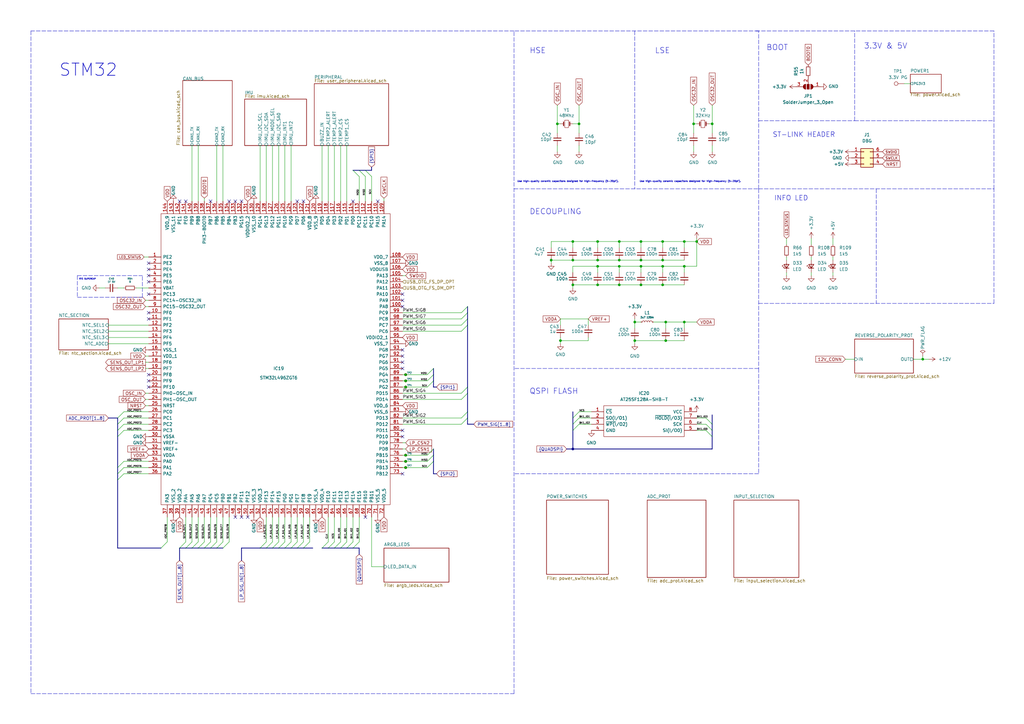
<source format=kicad_sch>
(kicad_sch (version 20211123) (generator eeschema)
  (paper "A3")
  (bus_alias "QUADSPI" (members "CLK" "NCS" "BK1_IO0" "BK1_IO1" "BK1_IO2" "BK1_IO3"))
  (bus_alias "SPI2" (members "SCK" "MISO" "MOSI"))
  (bus_alias "SPI1" (members "SCK" "MOSI" "MISO"))
  (bus_alias "SPI3" (members "SCK" "MOSI" "MISO"))
  (junction (at 262.89 106.68))
  (junction (at 280.67 109.22))
  (junction (at 229.87 139.7))
  (junction (at 260.35 132.08))
  (junction (at 260.35 139.7))
  (junction (at 254 106.68))
  (junction (at 254 116.84))
  (junction (at 254 109.22))
  (junction (at 234.95 106.68))
  (junction (at 273.05 139.7))
  (junction (at 273.05 132.08))
  (junction (at 237.49 50.8))
  (junction (at 234.95 184.15))
  (junction (at 271.78 106.68))
  (junction (at 271.78 116.84))
  (junction (at 166.37 158.75))
  (junction (at 245.11 109.22))
  (junction (at 166.37 186.69))
  (junction (at 245.11 106.68))
  (junction (at 234.95 99.06))
  (junction (at 262.89 116.84))
  (junction (at 284.48 50.8))
  (junction (at 245.11 99.06))
  (junction (at 271.78 109.22))
  (junction (at 285.75 99.06))
  (junction (at 254 99.06))
  (junction (at 166.37 191.77))
  (junction (at 226.06 106.68))
  (junction (at 228.6 50.8))
  (junction (at 378.46 147.32))
  (junction (at 245.11 116.84))
  (junction (at 262.89 99.06))
  (junction (at 280.67 132.08))
  (junction (at 166.37 156.21))
  (junction (at 166.37 189.23))
  (junction (at 166.37 153.67))
  (junction (at 271.78 99.06))
  (junction (at 234.95 116.84))
  (junction (at 262.89 109.22))
  (junction (at 280.67 99.06))
  (junction (at 292.1 50.8))
  (no_connect (at 60.96 153.67))
  (no_connect (at 124.46 82.55))
  (no_connect (at 99.06 212.09))
  (no_connect (at 60.96 115.57))
  (no_connect (at 165.1 143.51))
  (no_connect (at 165.1 146.05))
  (no_connect (at 165.1 179.07))
  (no_connect (at 165.1 176.53))
  (no_connect (at 165.1 148.59))
  (no_connect (at 165.1 120.65))
  (no_connect (at 101.6 212.09))
  (no_connect (at 165.1 123.19))
  (no_connect (at 144.78 82.55))
  (no_connect (at 121.92 82.55))
  (no_connect (at 96.52 82.55))
  (no_connect (at 60.96 120.65))
  (no_connect (at 60.96 107.95))
  (no_connect (at 96.52 212.09))
  (no_connect (at 165.1 194.31))
  (no_connect (at 76.2 82.55))
  (no_connect (at 86.36 82.55))
  (no_connect (at 60.96 130.81))
  (no_connect (at 165.1 125.73))
  (no_connect (at 165.1 151.13))
  (no_connect (at 93.98 82.55))
  (no_connect (at 73.66 82.55))
  (no_connect (at 60.96 158.75))
  (no_connect (at 154.94 82.55))
  (no_connect (at 60.96 110.49))
  (no_connect (at 149.86 212.09))
  (no_connect (at 60.96 156.21))
  (no_connect (at 99.06 82.55))
  (no_connect (at 60.96 113.03))
  (no_connect (at 60.96 128.27))
  (bus_entry (at 137.16 222.25) (size -2.54 2.54))
  (bus_entry (at 50.8 194.31) (size -2.54 2.54))
  (bus_entry (at 119.38 224.79) (size 2.54 -2.54))
  (bus_entry (at 147.32 222.25) (size -2.54 2.54))
  (bus_entry (at 191.77 128.27) (size -2.54 2.54))
  (bus_entry (at 191.77 161.29) (size -2.54 2.54))
  (bus_entry (at 142.24 222.25) (size -2.54 2.54))
  (bus_entry (at 175.26 153.67) (size 2.54 -2.54))
  (bus_entry (at 191.77 133.35) (size -2.54 2.54))
  (bus_entry (at 292.1 176.53) (size -2.54 -2.54))
  (bus_entry (at 134.62 222.25) (size -2.54 2.54))
  (bus_entry (at 175.26 191.77) (size 2.54 -2.54))
  (bus_entry (at 191.77 158.75) (size -2.54 2.54))
  (bus_entry (at 50.8 189.23) (size -2.54 2.54))
  (bus_entry (at 88.9 222.25) (size -2.54 2.54))
  (bus_entry (at 234.95 176.53) (size 2.54 -2.54))
  (bus_entry (at 175.26 158.75) (size 2.54 -2.54))
  (bus_entry (at 139.7 222.25) (size -2.54 2.54))
  (bus_entry (at 116.84 224.79) (size 2.54 -2.54))
  (bus_entry (at 177.8 186.69) (size -2.54 2.54))
  (bus_entry (at 50.8 173.99) (size -2.54 2.54))
  (bus_entry (at 93.98 222.25) (size -2.54 2.54))
  (bus_entry (at 124.46 224.79) (size 2.54 -2.54))
  (bus_entry (at 109.22 224.79) (size 2.54 -2.54))
  (bus_entry (at 50.8 171.45) (size -2.54 2.54))
  (bus_entry (at 86.36 222.25) (size -2.54 2.54))
  (bus_entry (at 234.95 173.99) (size 2.54 -2.54))
  (bus_entry (at 191.77 130.81) (size -2.54 2.54))
  (bus_entry (at 177.8 184.15) (size -2.54 2.54))
  (bus_entry (at 50.8 176.53) (size -2.54 2.54))
  (bus_entry (at 292.1 179.07) (size -2.54 -2.54))
  (bus_entry (at 121.92 224.79) (size 2.54 -2.54))
  (bus_entry (at 191.77 125.73) (size -2.54 2.54))
  (bus_entry (at 191.77 171.45) (size -2.54 2.54))
  (bus_entry (at 292.1 173.99) (size -2.54 -2.54))
  (bus_entry (at 152.4 72.39) (size -2.54 -2.54))
  (bus_entry (at 81.28 222.25) (size -2.54 2.54))
  (bus_entry (at 68.58 222.25) (size -2.54 2.54))
  (bus_entry (at 149.86 72.39) (size -2.54 -2.54))
  (bus_entry (at 106.68 224.79) (size 2.54 -2.54))
  (bus_entry (at 144.78 222.25) (size -2.54 2.54))
  (bus_entry (at 175.26 156.21) (size 2.54 -2.54))
  (bus_entry (at 91.44 222.25) (size -2.54 2.54))
  (bus_entry (at 191.77 168.91) (size -2.54 2.54))
  (bus_entry (at 50.8 191.77) (size -2.54 2.54))
  (bus_entry (at 234.95 171.45) (size 2.54 -2.54))
  (bus_entry (at 50.8 168.91) (size -2.54 2.54))
  (bus_entry (at 111.76 224.79) (size 2.54 -2.54))
  (bus_entry (at 83.82 222.25) (size -2.54 2.54))
  (bus_entry (at 114.3 224.79) (size 2.54 -2.54))
  (bus_entry (at 76.2 222.25) (size -2.54 2.54))
  (bus_entry (at 78.74 222.25) (size -2.54 2.54))
  (bus_entry (at 147.32 72.39) (size -2.54 -2.54))
  (bus (pts (xy 177.8 158.75) (xy 177.8 156.21)))
  (wire (pts (xy 166.37 158.75) (xy 175.26 158.75)))
  (wire (pts (xy 134.62 59.69) (xy 134.62 82.55)))
  (wire (pts (xy 370.84 34.29) (xy 373.38 34.29)))
  (bus (pts (xy 292.1 179.07) (xy 292.1 184.15)))
  (wire (pts (xy 165.1 173.99) (xy 189.23 173.99)))
  (wire (pts (xy 165.1 191.77) (xy 166.37 191.77)))
  (wire (pts (xy 254 99.06) (xy 262.89 99.06)))
  (wire (pts (xy 116.84 212.09) (xy 116.84 222.25)))
  (wire (pts (xy 280.67 109.22) (xy 280.67 111.76)))
  (polyline (pts (xy 311.15 151.13) (xy 311.15 194.31)))
  (bus (pts (xy 152.4 68.58) (xy 152.4 69.85)))
  (wire (pts (xy 109.22 59.69) (xy 109.22 82.55)))
  (wire (pts (xy 267.97 132.08) (xy 273.05 132.08)))
  (bus (pts (xy 147.32 69.85) (xy 149.86 69.85)))
  (wire (pts (xy 91.44 59.69) (xy 91.44 82.55)))
  (wire (pts (xy 241.3 130.81) (xy 241.3 133.35)))
  (polyline (pts (xy 311.15 77.47) (xy 407.67 77.47)))
  (bus (pts (xy 48.26 179.07) (xy 48.26 191.77)))
  (wire (pts (xy 322.58 105.41) (xy 322.58 106.68)))
  (wire (pts (xy 332.74 105.41) (xy 332.74 106.68)))
  (bus (pts (xy 149.86 69.85) (xy 152.4 69.85)))
  (wire (pts (xy 165.1 156.21) (xy 166.37 156.21)))
  (wire (pts (xy 109.22 212.09) (xy 109.22 222.25)))
  (wire (pts (xy 152.4 212.09) (xy 152.4 232.41)))
  (wire (pts (xy 280.67 99.06) (xy 280.67 101.6)))
  (wire (pts (xy 166.37 184.15) (xy 165.1 184.15)))
  (wire (pts (xy 234.95 99.06) (xy 245.11 99.06)))
  (wire (pts (xy 165.1 161.29) (xy 189.23 161.29)))
  (wire (pts (xy 234.95 116.84) (xy 234.95 118.11)))
  (wire (pts (xy 285.75 99.06) (xy 285.75 109.22)))
  (wire (pts (xy 44.45 140.97) (xy 60.96 140.97)))
  (wire (pts (xy 59.69 166.37) (xy 60.96 166.37)))
  (bus (pts (xy 292.1 173.99) (xy 292.1 176.53)))
  (wire (pts (xy 166.37 156.21) (xy 175.26 156.21)))
  (wire (pts (xy 341.63 97.79) (xy 341.63 100.33)))
  (wire (pts (xy 237.49 171.45) (xy 242.57 171.45)))
  (bus (pts (xy 48.26 173.99) (xy 48.26 176.53)))
  (wire (pts (xy 111.76 59.69) (xy 111.76 82.55)))
  (bus (pts (xy 134.62 224.79) (xy 137.16 224.79)))
  (wire (pts (xy 285.75 50.8) (xy 284.48 50.8)))
  (wire (pts (xy 93.98 222.25) (xy 93.98 212.09)))
  (wire (pts (xy 260.35 130.81) (xy 260.35 132.08)))
  (bus (pts (xy 144.78 69.85) (xy 147.32 69.85)))
  (wire (pts (xy 147.32 212.09) (xy 147.32 222.25)))
  (wire (pts (xy 262.89 106.68) (xy 271.78 106.68)))
  (wire (pts (xy 59.69 146.05) (xy 60.96 146.05)))
  (bus (pts (xy 191.77 128.27) (xy 191.77 130.81)))
  (polyline (pts (xy 350.52 49.53) (xy 407.67 49.53)))
  (bus (pts (xy 44.45 171.45) (xy 48.26 171.45)))
  (wire (pts (xy 234.95 99.06) (xy 226.06 99.06)))
  (wire (pts (xy 289.56 171.45) (xy 285.75 171.45)))
  (wire (pts (xy 245.11 106.68) (xy 254 106.68)))
  (bus (pts (xy 147.32 224.79) (xy 147.32 227.33)))
  (bus (pts (xy 232.41 184.15) (xy 234.95 184.15)))
  (polyline (pts (xy 260.35 12.7) (xy 260.35 77.47)))
  (bus (pts (xy 177.8 194.31) (xy 179.07 194.31)))
  (wire (pts (xy 332.74 97.79) (xy 332.74 100.33)))
  (wire (pts (xy 166.37 153.67) (xy 175.26 153.67)))
  (wire (pts (xy 88.9 222.25) (xy 88.9 212.09)))
  (wire (pts (xy 260.35 139.7) (xy 260.35 140.97)))
  (wire (pts (xy 284.48 59.69) (xy 284.48 62.23)))
  (wire (pts (xy 44.45 133.35) (xy 60.96 133.35)))
  (wire (pts (xy 175.26 186.69) (xy 166.37 186.69)))
  (bus (pts (xy 48.26 224.79) (xy 66.04 224.79)))
  (wire (pts (xy 59.69 151.13) (xy 60.96 151.13)))
  (wire (pts (xy 226.06 99.06) (xy 226.06 101.6)))
  (bus (pts (xy 76.2 224.79) (xy 78.74 224.79)))
  (polyline (pts (xy 210.82 12.7) (xy 12.7 12.7)))
  (wire (pts (xy 228.6 59.69) (xy 228.6 62.23)))
  (bus (pts (xy 83.82 224.79) (xy 86.36 224.79)))
  (wire (pts (xy 152.4 232.41) (xy 157.48 232.41)))
  (polyline (pts (xy 311.15 151.13) (xy 210.82 151.13)))
  (wire (pts (xy 149.86 72.39) (xy 149.86 82.55)))
  (bus (pts (xy 99.06 224.79) (xy 106.68 224.79)))
  (wire (pts (xy 166.37 181.61) (xy 165.1 181.61)))
  (wire (pts (xy 285.75 176.53) (xy 289.56 176.53)))
  (wire (pts (xy 132.08 59.69) (xy 132.08 82.55)))
  (bus (pts (xy 292.1 170.18) (xy 292.1 173.99)))
  (bus (pts (xy 234.95 173.99) (xy 234.95 176.53)))
  (wire (pts (xy 111.76 212.09) (xy 111.76 222.25)))
  (bus (pts (xy 111.76 224.79) (xy 114.3 224.79)))
  (wire (pts (xy 237.49 50.8) (xy 237.49 43.18)))
  (wire (pts (xy 166.37 191.77) (xy 175.26 191.77)))
  (bus (pts (xy 191.77 161.29) (xy 191.77 168.91)))
  (wire (pts (xy 285.75 97.79) (xy 285.75 99.06)))
  (wire (pts (xy 289.56 173.99) (xy 285.75 173.99)))
  (wire (pts (xy 91.44 222.25) (xy 91.44 212.09)))
  (polyline (pts (xy 407.67 12.7) (xy 350.52 12.7)))
  (wire (pts (xy 346.71 147.32) (xy 350.52 147.32)))
  (wire (pts (xy 44.45 138.43) (xy 60.96 138.43)))
  (bus (pts (xy 191.77 168.91) (xy 191.77 171.45)))
  (wire (pts (xy 271.78 99.06) (xy 280.67 99.06)))
  (wire (pts (xy 139.7 212.09) (xy 139.7 222.25)))
  (wire (pts (xy 290.83 50.8) (xy 292.1 50.8)))
  (bus (pts (xy 177.8 186.69) (xy 177.8 189.23)))
  (wire (pts (xy 234.95 99.06) (xy 234.95 101.6)))
  (wire (pts (xy 124.46 212.09) (xy 124.46 222.25)))
  (wire (pts (xy 234.95 109.22) (xy 234.95 111.76)))
  (wire (pts (xy 229.87 139.7) (xy 241.3 139.7)))
  (wire (pts (xy 76.2 222.25) (xy 76.2 212.09)))
  (bus (pts (xy 194.31 173.99) (xy 191.77 173.99)))
  (wire (pts (xy 40.64 118.11) (xy 43.18 118.11)))
  (wire (pts (xy 137.16 59.69) (xy 137.16 82.55)))
  (wire (pts (xy 254 99.06) (xy 254 101.6)))
  (polyline (pts (xy 58.42 121.92) (xy 58.42 113.03)))
  (bus (pts (xy 48.26 196.85) (xy 48.26 224.79)))
  (bus (pts (xy 132.08 224.79) (xy 134.62 224.79)))
  (bus (pts (xy 177.8 156.21) (xy 177.8 153.67)))
  (wire (pts (xy 254 116.84) (xy 262.89 116.84)))
  (wire (pts (xy 147.32 72.39) (xy 147.32 82.55)))
  (wire (pts (xy 144.78 212.09) (xy 144.78 222.25)))
  (polyline (pts (xy 31.75 113.03) (xy 58.42 113.03)))
  (wire (pts (xy 262.89 99.06) (xy 262.89 101.6)))
  (wire (pts (xy 262.89 109.22) (xy 271.78 109.22)))
  (wire (pts (xy 81.28 222.25) (xy 81.28 212.09)))
  (polyline (pts (xy 407.67 124.46) (xy 407.67 77.47)))
  (bus (pts (xy 73.66 224.79) (xy 76.2 224.79)))
  (wire (pts (xy 332.74 111.76) (xy 332.74 113.03)))
  (wire (pts (xy 237.49 50.8) (xy 237.49 54.61)))
  (wire (pts (xy 292.1 50.8) (xy 292.1 43.18)))
  (wire (pts (xy 273.05 139.7) (xy 280.67 139.7)))
  (bus (pts (xy 177.8 158.75) (xy 179.07 158.75)))
  (wire (pts (xy 271.78 109.22) (xy 280.67 109.22)))
  (bus (pts (xy 48.26 191.77) (xy 48.26 194.31)))
  (wire (pts (xy 273.05 132.08) (xy 280.67 132.08)))
  (wire (pts (xy 245.11 111.76) (xy 245.11 109.22)))
  (wire (pts (xy 229.87 130.81) (xy 229.87 133.35)))
  (bus (pts (xy 191.77 133.35) (xy 191.77 158.75)))
  (bus (pts (xy 234.95 168.91) (xy 234.95 171.45)))
  (wire (pts (xy 228.6 50.8) (xy 228.6 54.61)))
  (bus (pts (xy 177.8 189.23) (xy 177.8 194.31)))
  (wire (pts (xy 59.69 125.73) (xy 60.96 125.73)))
  (wire (pts (xy 121.92 212.09) (xy 121.92 222.25)))
  (wire (pts (xy 166.37 113.03) (xy 165.1 113.03)))
  (wire (pts (xy 114.3 212.09) (xy 114.3 222.25)))
  (wire (pts (xy 234.95 109.22) (xy 245.11 109.22)))
  (polyline (pts (xy 350.52 12.7) (xy 309.88 12.7)))
  (bus (pts (xy 109.22 224.79) (xy 111.76 224.79)))
  (wire (pts (xy 237.49 173.99) (xy 242.57 173.99)))
  (wire (pts (xy 165.1 153.67) (xy 166.37 153.67)))
  (wire (pts (xy 241.3 139.7) (xy 241.3 138.43)))
  (wire (pts (xy 165.1 128.27) (xy 189.23 128.27)))
  (wire (pts (xy 284.48 50.8) (xy 284.48 54.61)))
  (wire (pts (xy 50.8 176.53) (xy 60.96 176.53)))
  (wire (pts (xy 322.58 97.79) (xy 322.58 100.33)))
  (bus (pts (xy 48.26 171.45) (xy 48.26 173.99)))
  (bus (pts (xy 191.77 125.73) (xy 191.77 128.27)))
  (polyline (pts (xy 31.75 113.03) (xy 31.75 121.92)))
  (wire (pts (xy 165.1 158.75) (xy 166.37 158.75)))
  (wire (pts (xy 59.055 105.41) (xy 60.96 105.41)))
  (polyline (pts (xy 311.15 194.31) (xy 210.82 194.31)))
  (polyline (pts (xy 311.15 49.53) (xy 350.52 49.53)))
  (polyline (pts (xy 407.67 49.53) (xy 407.67 12.7)))
  (wire (pts (xy 137.16 212.09) (xy 137.16 222.25)))
  (wire (pts (xy 50.8 171.45) (xy 60.96 171.45)))
  (wire (pts (xy 83.82 222.25) (xy 83.82 212.09)))
  (bus (pts (xy 99.06 229.87) (xy 99.06 224.79)))
  (polyline (pts (xy 350.52 49.53) (xy 350.52 12.7)))
  (wire (pts (xy 116.84 59.69) (xy 116.84 82.55)))
  (wire (pts (xy 50.8 168.91) (xy 60.96 168.91)))
  (wire (pts (xy 378.46 146.05) (xy 378.46 147.32)))
  (wire (pts (xy 271.78 106.68) (xy 280.67 106.68)))
  (polyline (pts (xy 31.75 121.92) (xy 58.42 121.92)))
  (wire (pts (xy 234.95 116.84) (xy 245.11 116.84)))
  (bus (pts (xy 139.7 224.79) (xy 142.24 224.79)))
  (wire (pts (xy 262.89 109.22) (xy 262.89 111.76)))
  (wire (pts (xy 271.78 99.06) (xy 271.78 101.6)))
  (bus (pts (xy 191.77 158.75) (xy 191.77 161.29)))
  (wire (pts (xy 245.11 109.22) (xy 254 109.22)))
  (bus (pts (xy 86.36 224.79) (xy 88.9 224.79)))
  (wire (pts (xy 292.1 50.8) (xy 292.1 54.61)))
  (bus (pts (xy 48.26 194.31) (xy 48.26 196.85)))
  (polyline (pts (xy 210.82 284.48) (xy 210.82 12.7)))
  (bus (pts (xy 191.77 171.45) (xy 191.77 173.99)))
  (wire (pts (xy 271.78 116.84) (xy 280.67 116.84)))
  (wire (pts (xy 226.06 106.68) (xy 234.95 106.68)))
  (wire (pts (xy 322.58 111.76) (xy 322.58 113.03)))
  (bus (pts (xy 234.95 184.15) (xy 292.1 184.15)))
  (wire (pts (xy 166.37 186.69) (xy 165.1 186.69)))
  (bus (pts (xy 137.16 224.79) (xy 139.7 224.79)))
  (wire (pts (xy 229.87 138.43) (xy 229.87 139.7)))
  (polyline (pts (xy 359.41 77.47) (xy 359.41 124.46)))
  (wire (pts (xy 50.8 189.23) (xy 60.96 189.23)))
  (wire (pts (xy 165.1 189.23) (xy 166.37 189.23)))
  (wire (pts (xy 48.26 118.11) (xy 50.8 118.11)))
  (wire (pts (xy 59.69 123.19) (xy 60.96 123.19)))
  (wire (pts (xy 254 109.22) (xy 262.89 109.22)))
  (bus (pts (xy 142.24 224.79) (xy 144.78 224.79)))
  (wire (pts (xy 245.11 99.06) (xy 254 99.06)))
  (wire (pts (xy 127 212.09) (xy 127 222.25)))
  (wire (pts (xy 166.37 189.23) (xy 175.26 189.23)))
  (wire (pts (xy 50.8 191.77) (xy 60.96 191.77)))
  (wire (pts (xy 165.1 133.35) (xy 189.23 133.35)))
  (wire (pts (xy 228.6 50.8) (xy 228.6 43.18)))
  (bus (pts (xy 191.77 130.81) (xy 191.77 133.35)))
  (bus (pts (xy 121.92 224.79) (xy 124.46 224.79)))
  (bus (pts (xy 144.78 224.79) (xy 147.32 224.79)))
  (wire (pts (xy 245.11 116.84) (xy 254 116.84)))
  (wire (pts (xy 50.8 194.31) (xy 60.96 194.31)))
  (wire (pts (xy 284.48 50.8) (xy 284.48 43.18)))
  (polyline (pts (xy 311.15 12.7) (xy 210.82 12.7)))
  (wire (pts (xy 262.89 116.84) (xy 271.78 116.84)))
  (bus (pts (xy 177.8 184.15) (xy 177.8 186.69)))
  (wire (pts (xy 165.1 171.45) (xy 189.23 171.45)))
  (wire (pts (xy 134.62 222.25) (xy 134.62 212.09)))
  (wire (pts (xy 374.65 147.32) (xy 378.46 147.32)))
  (wire (pts (xy 88.9 59.69) (xy 88.9 82.55)))
  (wire (pts (xy 280.67 132.08) (xy 285.75 132.08)))
  (wire (pts (xy 139.7 59.69) (xy 139.7 82.55)))
  (wire (pts (xy 285.75 99.06) (xy 280.67 99.06)))
  (wire (pts (xy 229.87 130.81) (xy 241.3 130.81)))
  (wire (pts (xy 254 106.68) (xy 262.89 106.68)))
  (wire (pts (xy 157.48 81.28) (xy 157.48 82.55)))
  (bus (pts (xy 73.66 224.79) (xy 73.66 229.87)))
  (wire (pts (xy 68.58 222.25) (xy 68.58 212.09)))
  (polyline (pts (xy 311.15 77.47) (xy 311.15 12.7)))
  (wire (pts (xy 165.1 130.81) (xy 189.23 130.81)))
  (wire (pts (xy 341.63 105.41) (xy 341.63 106.68)))
  (wire (pts (xy 262.89 99.06) (xy 271.78 99.06)))
  (bus (pts (xy 81.28 224.79) (xy 83.82 224.79)))
  (wire (pts (xy 229.87 50.8) (xy 228.6 50.8)))
  (polyline (pts (xy 12.7 12.7) (xy 12.7 284.48)))
  (wire (pts (xy 234.95 50.8) (xy 237.49 50.8)))
  (bus (pts (xy 78.74 224.79) (xy 81.28 224.79)))
  (wire (pts (xy 271.78 109.22) (xy 271.78 111.76)))
  (wire (pts (xy 142.24 59.69) (xy 142.24 82.55)))
  (wire (pts (xy 78.74 222.25) (xy 78.74 212.09)))
  (wire (pts (xy 245.11 101.6) (xy 245.11 99.06)))
  (wire (pts (xy 226.06 106.68) (xy 226.06 107.95)))
  (bus (pts (xy 48.26 176.53) (xy 48.26 179.07)))
  (wire (pts (xy 280.67 132.08) (xy 280.67 134.62)))
  (polyline (pts (xy 407.67 77.47) (xy 407.67 49.53)))
  (wire (pts (xy 81.28 59.69) (xy 81.28 82.55)))
  (wire (pts (xy 292.1 59.69) (xy 292.1 62.23)))
  (bus (pts (xy 119.38 224.79) (xy 121.92 224.79)))
  (wire (pts (xy 260.35 132.08) (xy 262.89 132.08)))
  (bus (pts (xy 88.9 224.79) (xy 91.44 224.79)))
  (bus (pts (xy 292.1 176.53) (xy 292.1 179.07)))
  (wire (pts (xy 55.88 118.11) (xy 60.96 118.11)))
  (wire (pts (xy 234.95 106.68) (xy 245.11 106.68)))
  (wire (pts (xy 86.36 222.25) (xy 86.36 212.09)))
  (wire (pts (xy 165.1 163.83) (xy 189.23 163.83)))
  (wire (pts (xy 285.75 109.22) (xy 280.67 109.22)))
  (wire (pts (xy 237.49 168.91) (xy 242.57 168.91)))
  (wire (pts (xy 78.74 59.69) (xy 78.74 82.55)))
  (bus (pts (xy 177.8 153.67) (xy 177.8 151.13)))
  (wire (pts (xy 83.82 81.28) (xy 83.82 82.55)))
  (bus (pts (xy 116.84 224.79) (xy 119.38 224.79)))
  (wire (pts (xy 254 109.22) (xy 254 111.76)))
  (wire (pts (xy 341.63 111.76) (xy 341.63 113.03)))
  (wire (pts (xy 44.45 135.89) (xy 60.96 135.89)))
  (bus (pts (xy 234.95 176.53) (xy 234.95 184.15)))
  (bus (pts (xy 124.46 224.79) (xy 128.27 224.79)))
  (wire (pts (xy 273.05 132.08) (xy 273.05 134.62)))
  (polyline (pts (xy 12.7 284.48) (xy 210.82 284.48)))
  (wire (pts (xy 119.38 59.69) (xy 119.38 82.55)))
  (wire (pts (xy 260.35 139.7) (xy 273.05 139.7)))
  (bus (pts (xy 106.68 224.79) (xy 109.22 224.79)))
  (wire (pts (xy 378.46 147.32) (xy 381 147.32)))
  (wire (pts (xy 260.35 134.62) (xy 260.35 132.08)))
  (polyline (pts (xy 311.15 77.47) (xy 311.15 151.13)))
  (wire (pts (xy 114.3 59.69) (xy 114.3 82.55)))
  (bus (pts (xy 114.3 224.79) (xy 116.84 224.79)))
  (wire (pts (xy 237.49 59.69) (xy 237.49 62.23)))
  (wire (pts (xy 119.38 212.09) (xy 119.38 222.25)))
  (polyline (pts (xy 210.82 77.47) (xy 311.15 77.47)))
  (bus (pts (xy 234.95 171.45) (xy 234.95 173.99)))
  (wire (pts (xy 59.69 161.29) (xy 60.96 161.29)))
  (wire (pts (xy 59.69 148.59) (xy 60.96 148.59)))
  (wire (pts (xy 152.4 72.39) (xy 152.4 82.55)))
  (wire (pts (xy 165.1 135.89) (xy 189.23 135.89)))
  (wire (pts (xy 229.87 140.97) (xy 229.87 139.7)))
  (wire (pts (xy 50.8 173.99) (xy 60.96 173.99)))
  (wire (pts (xy 59.69 163.83) (xy 60.96 163.83)))
  (polyline (pts (xy 311.15 124.46) (xy 407.67 124.46)))
  (wire (pts (xy 142.24 212.09) (xy 142.24 222.25)))
  (wire (pts (xy 106.68 59.69) (xy 106.68 82.55)))
  (text "BOOT" (at 314.325 20.955 0) (effects (font (size 2.2606 2.2606)) (justify left bottom)))
  (text "HSE" (at 217.17 22.225 0) (effects (font (size 2.2606 2.2606)) (justify left bottom)))
  (text "INFO LED" (at 317.5 82.55 0) (effects (font (size 2 2)) (justify left bottom)))
  (text "STM32" (at 24.13 31.75 0) (effects (font (size 5 5) (thickness 0.254) bold) (justify left bottom)))
  (text "DECOUPLING" (at 217.17 88.265 0) (effects (font (size 2.2606 2.2606)) (justify left bottom)))
  (text "Use high-quality ceramic capacitors designed for high-frequency (5-20pF)." (at 212.09 74.93 0) (effects (font (size 0.7 0.7)) (justify left bottom)))
  (text "Use high-quality ceramic capacitors designed for high-frequency (5-20pF)." (at 262.255 74.93 0) (effects (font (size 0.7 0.7)) (justify left bottom)))
  (text "QSPI FLASH" (at 217.17 161.925 0) (effects (font (size 2.2606 2.2606)) (justify left bottom)))
  (text "RTC SUPERCAP" (at 32.385 114.935 0) (effects (font (size 0.6 0.6)) (justify left bottom)))
  (text "ST-LINK HEADER" (at 316.865 56.515 0) (effects (font (size 2 2)) (justify left bottom)))
  (text "LSE" (at 268.605 22.225 0) (effects (font (size 2.2606 2.2606)) (justify left bottom)))
  (text "3.3V & 5V" (at 354.33 20.32 0) (effects (font (size 2.2606 2.2606)) (justify left bottom)))
  (label "CLK" (at 134.62 220.98 90) (effects (font (size 0.7 0.7))))
  (label "NCS" (at 237.49 168.91 0) (effects (font (size 0.7 0.7))))
  (label "ADC_PROT8" (at 68.58 220.98 90) (effects (font (size 0.7 0.7))))
  (label "SCK" (at 175.26 191.77 180) (effects (font (size 0.7 0.7))))
  (label "LP_SIG_IN5" (at 119.38 220.98 90) (effects (font (size 0.7 0.7))))
  (label "SENS_OUT1" (at 76.2 220.98 90) (effects (font (size 0.7 0.7))))
  (label "BK1_IO2" (at 144.78 220.98 90) (effects (font (size 0.7 0.7))))
  (label "SENS_OUT2" (at 78.74 220.98 90) (effects (font (size 0.7 0.7))))
  (label "BK1_IO0" (at 139.7 220.98 90) (effects (font (size 0.7 0.7))))
  (label "MISO" (at 172.72 189.23 0) (effects (font (size 0.7 0.7))))
  (label "BK1_IO1" (at 142.24 220.98 90) (effects (font (size 0.7 0.7))))
  (label "MOSI" (at 175.26 153.67 180) (effects (font (size 0.7 0.7))))
  (label "MOSI" (at 172.72 186.69 0) (effects (font (size 0.7 0.7))))
  (label "MISO" (at 149.86 77.47 270) (effects (font (size 0.7 0.7))))
  (label "PWM_SIG7" (at 165.1 130.81 0))
  (label "NCS" (at 137.16 220.98 90) (effects (font (size 0.7 0.7))))
  (label "ADC_PROT5" (at 52.07 189.23 0) (effects (font (size 0.7 0.7))))
  (label "SCK" (at 175.26 158.75 180) (effects (font (size 0.7 0.7))))
  (label "LP_SIG_IN7" (at 124.46 220.98 90) (effects (font (size 0.7 0.7))))
  (label "ADC_PROT4" (at 52.07 176.53 0) (effects (font (size 0.7 0.7))))
  (label "SENS_OUT5" (at 86.36 220.98 90) (effects (font (size 0.7 0.7))))
  (label "ADC_PROT6" (at 52.07 191.77 0) (effects (font (size 0.7 0.7))))
  (label "LP_SIG_IN2" (at 111.76 220.98 90) (effects (font (size 0.7 0.7))))
  (label "SENS_OUT4" (at 83.82 220.98 90) (effects (font (size 0.7 0.7))))
  (label "BK1_IO2" (at 237.49 173.99 0) (effects (font (size 0.7 0.7))))
  (label "LP_SIG_IN8" (at 127 220.98 90) (effects (font (size 0.7 0.7))))
  (label "PWM_SIG4" (at 165.1 161.29 0))
  (label "ADC_PROT7" (at 52.07 194.31 0) (effects (font (size 0.7 0.7))))
  (label "SENS_OUT6" (at 88.9 220.98 90) (effects (font (size 0.7 0.7))))
  (label "ADC_PROT3" (at 52.07 173.99 0) (effects (font (size 0.7 0.7))))
  (label "MISO" (at 175.26 156.21 180) (effects (font (size 0.7 0.7))))
  (label "ADC_PROT1" (at 52.07 168.91 0) (effects (font (size 0.7 0.7))))
  (label "PWM_SIG3" (at 165.1 163.83 0))
  (label "LP_SIG_IN6" (at 121.92 220.98 90) (effects (font (size 0.7 0.7))))
  (label "PWM_SIG1" (at 165.1 173.99 0))
  (label "BK1_IO1" (at 237.49 171.45 0) (effects (font (size 0.7 0.7))))
  (label "LP_SIG_IN4" (at 116.84 220.98 90) (effects (font (size 0.7 0.7))))
  (label "PWM_SIG8" (at 165.1 128.27 0))
  (label "SENS_OUT7" (at 91.44 220.98 90) (effects (font (size 0.7 0.7))))
  (label "BK1_IO3" (at 285.75 171.45 0) (effects (font (size 0.7 0.7))))
  (label "SENS_OUT3" (at 81.28 220.98 90) (effects (font (size 0.7 0.7))))
  (label "CLK" (at 285.75 173.99 0) (effects (font (size 0.7 0.7))))
  (label "PWM_SIG5" (at 165.1 135.89 0))
  (label "BK1_IO0" (at 285.75 176.53 0) (effects (font (size 0.7 0.7))))
  (label "LP_SIG_IN1" (at 109.22 220.98 90) (effects (font (size 0.7 0.7))))
  (label "SCK" (at 152.4 77.47 270) (effects (font (size 0.7 0.7))))
  (label "LP_SIG_IN3" (at 114.3 220.98 90) (effects (font (size 0.7 0.7))))
  (label "SENS_OUT8" (at 93.98 220.98 90) (effects (font (size 0.7 0.7))))
  (label "MOSI" (at 147.32 77.47 270) (effects (font (size 0.7 0.7))))
  (label "BK1_IO3" (at 147.32 220.98 90) (effects (font (size 0.7 0.7))))
  (label "PWM_SIG6" (at 165.1 133.35 0))
  (label "ADC_PROT2" (at 52.07 171.45 0) (effects (font (size 0.7 0.7))))
  (label "PWM_SIG2" (at 165.1 171.45 0))
  (global_label "LP_SIG_IN[1..8]" (shape input) (at 99.06 229.87 270) (property "Intersheet References" "${INTERSHEET_REFS}" (effects hide)))
  (global_label "VDD" (shape input) (at 132.08 212.09 270) (property "Intersheet References" "${INTERSHEET_REFS}" (effects hide)))
  (global_label "12V_CONN" (shape input) (at 346.71 147.32 180) (property "Intersheet References" "${INTERSHEET_REFS}" (effects hide)))
  (global_label "VDD" (shape input) (at 165.1 138.43 0) (property "Intersheet References" "${INTERSHEET_REFS}" (effects hide)))
  (global_label "VDD" (shape input) (at 59.69 146.05 180) (property "Intersheet References" "${INTERSHEET_REFS}" (effects hide)))
  (global_label "OSC_OUT" (shape input) (at 59.69 163.83 180) (property "Intersheet References" "${INTERSHEET_REFS}" (effects hide)))
  (global_label "{SPI2}" (shape input) (at 179.07 194.31 0) (property "Intersheet References" "${INTERSHEET_REFS}" (effects hide)))
  (global_label "VDD" (shape input) (at 101.6 82.55 90) (property "Intersheet References" "${INTERSHEET_REFS}" (effects hide)))
  (global_label "LED_STATUS" (shape input) (at 59.055 105.41 180) (effects (font (size 1.016 1.016))) (property "Intersheet References" "${INTERSHEET_REFS}" (effects hide)))
  (global_label "OSC32_IN" (shape input) (at 59.69 123.19 180) (property "Intersheet References" "${INTERSHEET_REFS}" (effects hide)))
  (global_label "LP_CSN1" (shape input) (at 166.37 184.15 0) (property "Intersheet References" "${INTERSHEET_REFS}" (effects hide)))
  (global_label "OSC_IN" (shape input) (at 228.6 43.18 90) (property "Intersheet References" "${INTERSHEET_REFS}" (effects hide)))
  (global_label "VDDA" (shape input) (at 229.87 130.81 180) (property "Intersheet References" "${INTERSHEET_REFS}" (effects hide)))
  (global_label "SENS_OUT_LP2" (shape output) (at 59.69 151.13 180) (property "Intersheet References" "${INTERSHEET_REFS}" (effects hide)))
  (global_label "VREF+" (shape input) (at 60.96 184.15 180) (property "Intersheet References" "${INTERSHEET_REFS}" (effects hide)))
  (global_label "{SPI1}" (shape input) (at 179.07 158.75 0) (property "Intersheet References" "${INTERSHEET_REFS}" (effects hide)))
  (global_label "OSC32_IN" (shape input) (at 284.48 43.18 90) (property "Intersheet References" "${INTERSHEET_REFS}" (effects hide)))
  (global_label "SWDIO" (shape input) (at 166.37 113.03 0) (property "Intersheet References" "${INTERSHEET_REFS}" (effects hide)))
  (global_label "OSC32_OUT" (shape input) (at 292.1 43.18 90) (property "Intersheet References" "${INTERSHEET_REFS}" (effects hide)))
  (global_label "OSC_IN" (shape input) (at 59.69 161.29 180) (property "Intersheet References" "${INTERSHEET_REFS}" (effects hide)))
  (global_label "VDDA" (shape input) (at 60.96 186.69 180) (property "Intersheet References" "${INTERSHEET_REFS}" (effects hide)))
  (global_label "ADC_PROT[1..8]" (shape input) (at 44.45 171.45 180) (property "Intersheet References" "${INTERSHEET_REFS}" (effects hide)))
  (global_label "OSC_OUT" (shape input) (at 237.49 43.18 90) (property "Intersheet References" "${INTERSHEET_REFS}" (effects hide)))
  (global_label "VDD" (shape input) (at 165.1 105.41 0) (property "Intersheet References" "${INTERSHEET_REFS}" (effects hide)))
  (global_label "SWCLK" (shape input) (at 157.48 81.28 90) (property "Intersheet References" "${INTERSHEET_REFS}" (effects hide)))
  (global_label "VDD" (shape input) (at 73.66 212.09 270) (property "Intersheet References" "${INTERSHEET_REFS}" (effects hide)))
  (global_label "SWDIO" (shape input) (at 361.95 62.23 0) (effects (font (size 1.016 1.016))) (property "Intersheet References" "${INTERSHEET_REFS}" (effects hide)))
  (global_label "SENS_OUT[1..8]" (shape input) (at 73.66 229.87 270) (property "Intersheet References" "${INTERSHEET_REFS}" (effects hide)))
  (global_label "VDD" (shape input) (at 127 82.55 90) (property "Intersheet References" "${INTERSHEET_REFS}" (effects hide)))
  (global_label "SENS_OUT_LP1" (shape output) (at 59.69 148.59 180) (property "Intersheet References" "${INTERSHEET_REFS}" (effects hide)))
  (global_label "BOOT0" (shape input) (at 83.82 81.28 90) (property "Intersheet References" "${INTERSHEET_REFS}" (effects hide)))
  (global_label "NRST" (shape input) (at 59.69 166.37 180) (property "Intersheet References" "${INTERSHEET_REFS}" (effects hide)))
  (global_label "VDD" (shape input) (at 285.75 99.06 0) (property "Intersheet References" "${INTERSHEET_REFS}" (effects hide)))
  (global_label "VDD" (shape input) (at 165.1 166.37 0) (property "Intersheet References" "${INTERSHEET_REFS}" (effects hide)))
  (global_label "{SPI3}" (shape input) (at 152.4 68.58 90) (property "Intersheet References" "${INTERSHEET_REFS}" (effects hide)))
  (global_label "PWM_SIG[1..8]" (shape input) (at 194.31 173.99 0) (property "Intersheet References" "${INTERSHEET_REFS}" (effects hide)))
  (global_label "VDD" (shape input) (at 165.1 110.49 0) (property "Intersheet References" "${INTERSHEET_REFS}" (effects hide)))
  (global_label "VDD" (shape input) (at 106.68 212.09 270) (property "Intersheet References" "${INTERSHEET_REFS}" (effects hide)))
  (global_label "VREF+" (shape input) (at 241.3 130.81 0) (property "Intersheet References" "${INTERSHEET_REFS}" (effects hide)))
  (global_label "LED_STATUS" (shape input) (at 322.58 97.79 90) (effects (font (size 1.016 1.016))) (property "Intersheet References" "${INTERSHEET_REFS}" (effects hide)))
  (global_label "{QUADSPI}" (shape input) (at 147.32 227.33 270) (property "Intersheet References" "${INTERSHEET_REFS}" (effects hide)))
  (global_label "BOOT0" (shape input) (at 331.47 26.67 90) (property "Intersheet References" "${INTERSHEET_REFS}" (effects hide)))
  (global_label "OSC32_OUT" (shape input) (at 59.69 125.73 180) (property "Intersheet References" "${INTERSHEET_REFS}" (effects hide)))
  (global_label "VDD" (shape input) (at 68.58 82.55 90) (property "Intersheet References" "${INTERSHEET_REFS}" (effects hide)))
  (global_label "LP_CSN2" (shape input) (at 166.37 181.61 0) (property "Intersheet References" "${INTERSHEET_REFS}" (effects hide)))
  (global_label "NRST" (shape input) (at 361.95 67.31 0) (property "Intersheet References" "${INTERSHEET_REFS}" (effects hide)))
  (global_label "SWCLK" (shape input) (at 361.95 64.77 0) (effects (font (size 1.016 1.016))) (property "Intersheet References" "${INTERSHEET_REFS}" (effects hide)))
  (global_label "VDDA" (shape input) (at 285.75 132.08 0) (property "Intersheet References" "${INTERSHEET_REFS}" (effects hide)))
  (global_label "{QUADSPI}" (shape input) (at 232.41 184.15 180) (property "Intersheet References" "${INTERSHEET_REFS}" (effects hide)))
  (global_label "VDD" (shape input) (at 157.48 212.09 270) (property "Intersheet References" "${INTERSHEET_REFS}" (effects hide)))
  (hierarchical_label "USB_OTG_FS_DM_OPT" (shape input) (at 165.1 118.11 0))
  (hierarchical_label "USB_OTG_FS_DP_OPT" (shape input) (at 165.1 115.57 0))
  (symbol (lib_id "power:+3.3V") (at 285.75 168.91 0) (unit 1)
    (property "Reference" "#PWR0207" (effects hide))
    (property "Value" "+3.3V" (at 285.75 163.83 0))
  )
  (symbol (lib_id "Device:Crystal_Small") (at 288.29 50.8 0) (unit 1)
    (property "Reference" "Y2" (at 288.29 45.085 0))
    (property "Value" "32KHz" (at 288.29 47.3964 0))
    (property "Footprint" "Crystal:Crystal_SMD_3215-2Pin_3.2x1.5mm" (effects hide))
  )
  (symbol (lib_id "Connector:TestPoint_Small") (at 166.37 189.23 0) (unit 1)
    (property "Reference" "TP6" (at 166.878 188.468 0) (effects (font (size 0.7 0.7)) (justify left)))
    (property "Value" "SPI1_TP" (effects hide))
  )
  (symbol (lib_id "Device:C_Small") (at 280.67 104.14 0) (unit 1)
    (property "Reference" "C81" (at 274.32 102.235 0) (effects (justify left)))
    (property "Value" "100n" (at 273.685 104.14 0) (effects (justify left)))
    (property "Footprint" "Capacitor_SMD:C_0402_1005Metric_Pad0.74x0.62mm_HandSolder" (effects hide))
  )
  (symbol (lib_id "power:GND") (at 260.35 140.97 0) (unit 1)
    (property "Reference" "#PWR0204" (effects hide))
    (property "Value" "GND" (at 260.35 146.05 0))
  )
  (symbol (lib_id "power:GND") (at 349.25 64.77 270) (unit 1)
    (property "Reference" "#PWR0324" (effects hide))
    (property "Value" "GND" (at 345.44 64.7699 90) (effects (justify right)))
  )
  (symbol (lib_id "Device:C_Small") (at 271.78 104.14 0) (unit 1)
    (property "Reference" "C78" (at 265.43 102.235 0) (effects (justify left)))
    (property "Value" "100n" (at 264.795 104.14 0) (effects (justify left)))
    (property "Footprint" "Capacitor_SMD:C_0402_1005Metric_Pad0.74x0.62mm_HandSolder" (effects hide))
  )
  (symbol (lib_id "Device:C_Small") (at 260.35 137.16 0) (unit 1)
    (property "Reference" "C52" (at 254 135.255 0) (effects (justify left)))
    (property "Value" "100n" (at 253.365 137.16 0) (effects (justify left)))
    (property "Footprint" "Capacitor_SMD:C_0402_1005Metric_Pad0.74x0.62mm_HandSolder" (effects hide))
  )
  (symbol (lib_id "Device:C_Small") (at 292.1 57.15 0) (unit 1)
    (property "Reference" "C85" (at 294.64 54.8386 0) (effects (justify left)))
    (property "Value" "10pF" (at 294.64 57.15 0) (effects (justify left)))
    (property "Footprint" "Capacitor_SMD:C_0402_1005Metric_Pad0.74x0.62mm_HandSolder" (effects hide))
  )
  (symbol (lib_id "PDM_additional:STM32L496ZGT6") (at 60.96 105.41 0) (unit 1)
    (property "Reference" "IC19" (at 114.3 151.13 0))
    (property "Value" "STM32L496ZGT6" (at 114.3 154.94 0))
    (property "Footprint" "PDM_Additional:QFP50P2200X2200X160-144N" (effects hide))
    (property "Datasheet" "https://componentsearchengine.com/Datasheets/2/STM32L496ZGT6.pdf" (effects hide))
    (property "Description" "STMICROELECTRONICS - STM32L496ZGT6 - ARM MCU, STM32 Family STM32L4 Series Microcontrollers, ARM Cortex-M4, 32bit, 80 MHz, 1 MB, 320 KB" (effects hide))
    (property "Height" "1.6" (effects hide))
    (property "Manufacturer_Name" "STMicroelectronics" (effects hide))
    (property "Manufacturer_Part_Number" "STM32L496ZGT6" (effects hide))
    (property "Mouser Part Number" "511-STM32L496ZGT6" (effects hide))
    (property "Mouser Price/Stock" "https://www.mouser.co.uk/ProductDetail/STMicroelectronics/STM32L496ZGT6?qs=Mv7BduZupUixTZjNdljBTQ%3D%3D" (effects hide))
    (property "Arrow Part Number" "STM32L496ZGT6" (effects hide))
    (property "Arrow Price/Stock" "https://www.arrow.com/en/products/stm32l496zgt6/stmicroelectronics" (effects hide))
  )
  (symbol (lib_id "power:GND") (at 60.96 179.07 270) (unit 1)
    (property "Reference" "#PWR0313" (effects hide))
    (property "Value" "GND" (at 56.515 179.07 90))
  )
  (symbol (lib_id "power:GND") (at 165.1 168.91 90) (unit 1)
    (property "Reference" "#PWR0219" (effects hide))
    (property "Value" "GND" (at 169.545 168.91 90))
  )
  (symbol (lib_id "Device:LED_Small") (at 322.58 109.22 90) (unit 1)
    (property "Reference" "D33" (at 325.12 107.8864 90) (effects (justify right)))
    (property "Value" "LED" (at 325.12 110.4264 90) (effects (justify right)))
    (property "Footprint" "LED_SMD:LED_0805_2012Metric" (effects hide))
  )
  (symbol (lib_id "Device:C_Small") (at 45.72 118.11 90) (unit 1)
    (property "Reference" "C40" (at 45.72 114.3 90) (effects (font (size 0.7 0.7))))
    (property "Value" "1F 5V" (at 45.72 115.57 90) (effects (font (size 0.7 0.7))))
  )
  (symbol (lib_id "power:GND") (at 234.95 118.11 0) (unit 1)
    (property "Reference" "#PWR0206" (effects hide))
    (property "Value" "GND" (at 234.95 122.555 0))
  )
  (symbol (lib_id "Device:C_Small") (at 262.89 104.14 0) (unit 1)
    (property "Reference" "C53" (at 256.54 102.235 0) (effects (justify left)))
    (property "Value" "100n" (at 255.905 104.14 0) (effects (justify left)))
    (property "Footprint" "Capacitor_SMD:C_0402_1005Metric_Pad0.74x0.62mm_HandSolder" (effects hide))
  )
  (symbol (lib_id "power:GND") (at 165.1 140.97 90) (unit 1)
    (property "Reference" "#PWR0218" (effects hide))
    (property "Value" "GND" (at 169.545 140.97 90))
  )
  (symbol (lib_id "power:GND") (at 284.48 62.23 0) (unit 1)
    (property "Reference" "#PWR0208" (effects hide))
    (property "Value" "GND" (at 284.607 66.6242 0))
  )
  (symbol (lib_id "Connector:TestPoint_Small") (at 166.37 186.69 0) (unit 1)
    (property "Reference" "TP5" (at 166.878 185.928 0) (effects (font (size 0.7 0.7)) (justify left)))
    (property "Value" "SPI1_TP" (effects hide))
  )
  (symbol (lib_id "Connector:TestPoint_Small") (at 166.37 153.67 0) (unit 1)
    (property "Reference" "TP2" (at 166.878 152.908 0) (effects (font (size 0.7 0.7)) (justify left)))
    (property "Value" "SPI1_TP" (effects hide))
  )
  (symbol (lib_id "Jumper:SolderJumper_3_Open") (at 331.47 35.56 180) (unit 1)
    (property "Reference" "JP1" (at 331.47 39.37 0))
    (property "Value" "SolderJumper_3_Open" (at 331.47 41.91 0))
  )
  (symbol (lib_id "power:GND") (at 60.96 181.61 270) (unit 1)
    (property "Reference" "#PWR0224" (effects hide))
    (property "Value" "GND" (at 56.515 181.61 90))
  )
  (symbol (lib_id "power:+3.3V") (at 260.35 130.81 0) (unit 1)
    (property "Reference" "#PWR0205" (effects hide))
    (property "Value" "+3.3V" (at 260.35 125.73 0))
  )
  (symbol (lib_id "Connector_Generic:Conn_02x03_Counter_Clockwise") (at 354.33 64.77 0) (unit 1)
    (property "Reference" "J1" (at 355.6 55.245 0))
    (property "Value" "DBG" (at 355.6 57.785 0))
    (property "Footprint" "Connector_PinHeader_1.27mm:PinHeader_2x03_P1.27mm_Vertical" (effects hide))
  )
  (symbol (lib_id "power:GND") (at 242.57 176.53 0) (unit 1)
    (property "Reference" "#PWR0216" (effects hide))
    (property "Value" "GND" (at 242.57 181.61 0))
  )
  (symbol (lib_id "Device:C_Small") (at 262.89 114.3 0) (unit 1)
    (property "Reference" "C77" (at 256.54 112.395 0) (effects (justify left)))
    (property "Value" "100n" (at 255.905 114.3 0) (effects (justify left)))
    (property "Footprint" "Capacitor_SMD:C_0402_1005Metric_Pad0.74x0.62mm_HandSolder" (effects hide))
  )
  (symbol (lib_id "power:GND") (at 228.6 62.23 0) (unit 1)
    (property "Reference" "#PWR0213" (effects hide))
    (property "Value" "GND" (at 228.727 66.6242 0))
  )
  (symbol (lib_id "power:GND") (at 104.14 212.09 0) (unit 1)
    (property "Reference" "#PWR0222" (effects hide))
    (property "Value" "GND" (at 104.14 216.535 90))
  )
  (symbol (lib_id "power:GND") (at 292.1 62.23 0) (unit 1)
    (property "Reference" "#PWR0210" (effects hide))
    (property "Value" "GND" (at 292.227 66.6242 0))
  )
  (symbol (lib_id "Connector:TestPoint_Small") (at 166.37 158.75 0) (unit 1)
    (property "Reference" "TP4" (at 166.878 157.988 0) (effects (font (size 0.7 0.7)) (justify left)))
    (property "Value" "SPI1_TP" (effects hide))
  )
  (symbol (lib_id "power:GND") (at 226.06 107.95 0) (unit 1)
    (property "Reference" "#PWR0214" (effects hide))
    (property "Value" "GND" (at 226.06 112.395 0))
  )
  (symbol (lib_id "Device:C_Small") (at 234.95 104.14 0) (unit 1)
    (property "Reference" "C44" (at 228.6 102.235 0) (effects (justify left)))
    (property "Value" "100n" (at 227.965 104.14 0) (effects (justify left)))
    (property "Footprint" "Capacitor_SMD:C_0402_1005Metric_Pad0.74x0.62mm_HandSolder" (effects hide))
  )
  (symbol (lib_id "Device:Crystal_Small") (at 232.41 50.8 0) (unit 1)
    (property "Reference" "Y1" (at 232.41 45.085 0))
    (property "Value" "48Mhz" (at 232.41 47.3964 0))
    (property "Footprint" "Crystal:Crystal_SMD_5032-2Pin_5.0x3.2mm" (effects hide))
  )
  (symbol (lib_id "power:+5V") (at 349.25 67.31 90) (unit 1)
    (property "Reference" "#PWR0326" (effects hide))
    (property "Value" "+5V" (at 346.075 67.3099 90) (effects (justify left)))
  )
  (symbol (lib_id "PDM_additional:AT25SF128A-SHB-T") (at 242.57 168.91 0) (unit 1)
    (property "Reference" "IC20" (at 264.16 161.29 0))
    (property "Value" "AT25SF128A-SHB-T" (at 264.16 163.83 0))
    (property "Footprint" "PDM_Additional:SOIC127P798X216-8N" (effects hide))
    (property "Datasheet" "https://www.dialog-semiconductor.com/sites/default/files/2021-02/DS-AT25SF128A-168.pdf" (effects hide))
    (property "Description" "NOR Flash 128 Mbit, 3.0V (2.7V to 3.6V), -40C to 85C, SOIC-W 208mil (Tape Reel), Single, Dual, Quad SPI NOR flash" (effects hide))
    (property "Height" "2.16" (effects hide))
    (property "Manufacturer_Name" "Dialog Semiconductor" (effects hide))
    (property "Manufacturer_Part_Number" "AT25SF128A-SHB-T" (effects hide))
    (property "Mouser Part Number" "988-AT25SF128A-SHB-T" (effects hide))
    (property "Mouser Price/Stock" "https://www.mouser.co.uk/ProductDetail/Dialog-Semiconductor/AT25SF128A-SHB-T?qs=IS%252B4QmGtzzokBRVH45xLeA%3D%3D" (effects hide))
  )
  (symbol (lib_id "power:GND") (at 71.12 82.55 180) (unit 1)
    (property "Reference" "#PWR0318" (effects hide))
    (property "Value" "GND" (at 71.12 78.105 90))
  )
  (symbol (lib_id "power:GND") (at 71.12 212.09 0) (unit 1)
    (property "Reference" "#PWR0221" (effects hide))
    (property "Value" "GND" (at 71.12 216.535 90))
  )
  (symbol (lib_id "Device:C_Small") (at 273.05 137.16 0) (unit 1)
    (property "Reference" "C80" (at 266.7 135.255 0) (effects (justify left)))
    (property "Value" "100n" (at 266.065 137.16 0) (effects (justify left)))
    (property "Footprint" "Capacitor_SMD:C_0402_1005Metric_Pad0.74x0.62mm_HandSolder" (effects hide))
  )
  (symbol (lib_id "power:GND") (at 332.74 113.03 0) (unit 1)
    (property "Reference" "#PWR0322" (effects hide))
    (property "Value" "GND" (at 332.74 118.11 0))
  )
  (symbol (lib_id "Device:LED_Small") (at 332.74 109.22 90) (unit 1)
    (property "Reference" "D34" (at 335.28 107.8864 90) (effects (justify right)))
    (property "Value" "LED" (at 335.28 110.4264 90) (effects (justify right)))
    (property "Footprint" "LED_SMD:LED_0805_2012Metric" (effects hide))
  )
  (symbol (lib_id "Device:C_Small") (at 271.78 114.3 0) (unit 1)
    (property "Reference" "C79" (at 265.43 112.395 0) (effects (justify left)))
    (property "Value" "100n" (at 264.795 114.3 0) (effects (justify left)))
    (property "Footprint" "Capacitor_SMD:C_0402_1005Metric_Pad0.74x0.62mm_HandSolder" (effects hide))
  )
  (symbol (lib_id "Device:C_Small") (at 229.87 135.89 0) (unit 1)
    (property "Reference" "C43" (at 225.425 133.985 0) (effects (justify left)))
    (property "Value" "1u" (at 225.425 135.89 0) (effects (justify left)))
    (property "Footprint" "Capacitor_SMD:C_0402_1005Metric_Pad0.74x0.62mm_HandSolder" (effects hide))
  )
  (symbol (lib_id "power:GND") (at 237.49 62.23 0) (unit 1)
    (property "Reference" "#PWR0209" (effects hide))
    (property "Value" "GND" (at 237.617 66.6242 0))
  )
  (symbol (lib_id "power:GND") (at 40.64 118.11 270) (unit 1)
    (property "Reference" "#PWR0314" (effects hide))
    (property "Value" "GND" (at 37.465 118.1099 90) (effects (justify right)))
  )
  (symbol (lib_id "Device:LED_Small") (at 341.63 109.22 90) (unit 1)
    (property "Reference" "D35" (at 344.17 107.8864 90) (effects (justify right)))
    (property "Value" "LED" (at 344.17 110.4264 90) (effects (justify right)))
    (property "Footprint" "LED_SMD:LED_0805_2012Metric" (effects hide))
  )
  (symbol (lib_id "Device:C_Small") (at 280.67 114.3 0) (unit 1)
    (property "Reference" "C82" (at 274.32 112.395 0) (effects (justify left)))
    (property "Value" "100n" (at 273.685 114.3 0) (effects (justify left)))
    (property "Footprint" "Capacitor_SMD:C_0402_1005Metric_Pad0.74x0.62mm_HandSolder" (effects hide))
  )
  (symbol (lib_id "Device:R_Small") (at 341.63 102.87 0) (unit 1)
    (property "Reference" "R109" (at 344.17 101.5999 0) (effects (justify left)))
    (property "Value" "1k5" (at 344.17 104.1399 0) (effects (justify left)))
    (property "Footprint" "Resistor_SMD:R_0402_1005Metric_Pad0.72x0.64mm_HandSolder" (effects hide))
  )
  (symbol (lib_id "power:GND") (at 129.54 82.55 180) (unit 1)
    (property "Reference" "#PWR0317" (effects hide))
    (property "Value" "GND" (at 129.54 78.105 90))
  )
  (symbol (lib_id "power:PWR_FLAG") (at 378.46 146.05 0) (unit 1)
    (property "Reference" "#FLG0105" (effects hide))
    (property "Value" "PWR_FLAG" (at 378.46 138.43 90))
  )
  (symbol (lib_id "Device:C_Small") (at 280.67 137.16 0) (unit 1)
    (property "Reference" "C83" (at 276.225 135.255 0) (effects (justify left)))
    (property "Value" "1u" (at 276.225 137.16 0) (effects (justify left)))
    (property "Footprint" "Capacitor_SMD:C_0402_1005Metric_Pad0.74x0.62mm_HandSolder" (effects hide))
  )
  (symbol (lib_id "power:+3.3V") (at 332.74 97.79 0) (unit 1)
    (property "Reference" "#PWR0201" (effects hide))
    (property "Value" "+3.3V" (at 332.74 91.44 90))
  )
  (symbol (lib_id "Device:R_Small") (at 322.58 102.87 0) (unit 1)
    (property "Reference" "R66" (at 325.12 101.5999 0) (effects (justify left)))
    (property "Value" "1k5" (at 325.12 104.1399 0) (effects (justify left)))
    (property "Footprint" "Resistor_SMD:R_0402_1005Metric_Pad0.72x0.64mm_HandSolder" (effects hide))
  )
  (symbol (lib_id "power:GND") (at 60.96 143.51 270) (unit 1)
    (property "Reference" "#PWR0315" (effects hide))
    (property "Value" "GND" (at 56.515 143.51 90))
  )
  (symbol (lib_id "power:GND") (at 322.58 113.03 0) (unit 1)
    (property "Reference" "#PWR0323" (effects hide))
    (property "Value" "GND" (at 322.58 118.11 0))
  )
  (symbol (lib_id "power:+3.3V") (at 326.39 35.56 90) (unit 1)
    (property "Reference" "#PWR0211" (effects hide))
    (property "Value" "+3.3V" (at 322.58 35.5599 90) (effects (justify left)))
  )
  (symbol (lib_id "Device:C_Small") (at 254 114.3 0) (unit 1)
    (property "Reference" "C51" (at 247.65 112.395 0) (effects (justify left)))
    (property "Value" "100n" (at 247.015 114.3 0) (effects (justify left)))
    (property "Footprint" "Capacitor_SMD:C_0402_1005Metric_Pad0.74x0.62mm_HandSolder" (effects hide))
  )
  (symbol (lib_id "power:GND") (at 341.63 113.03 0) (unit 1)
    (property "Reference" "#PWR0321" (effects hide))
    (property "Value" "GND" (at 341.63 118.11 0))
  )
  (symbol (lib_id "Connector:TestPoint_Small") (at 166.37 191.77 0) (unit 1)
    (property "Reference" "TP7" (at 166.878 191.008 0) (effects (font (size 0.7 0.7)) (justify left)))
    (property "Value" "SPI1_TP" (effects hide))
  )
  (symbol (lib_id "Device:C_Small") (at 245.11 114.3 0) (unit 1)
    (property "Reference" "C49" (at 238.76 112.395 0) (effects (justify left)))
    (property "Value" "100n" (at 238.125 114.3 0) (effects (justify left)))
    (property "Footprint" "Capacitor_SMD:C_0402_1005Metric_Pad0.74x0.62mm_HandSolder" (effects hide))
  )
  (symbol (lib_id "Device:R_Small") (at 331.47 29.21 0) (unit 1)
    (property "Reference" "R55" (at 326.4916 29.21 90))
    (property "Value" "1k" (at 328.803 29.21 90))
    (property "Footprint" "Resistor_SMD:R_0402_1005Metric_Pad0.72x0.64mm_HandSolder" (effects hide))
  )
  (symbol (lib_id "Device:C_Small") (at 245.11 104.14 0) (unit 1)
    (property "Reference" "C48" (at 238.76 102.235 0) (effects (justify left)))
    (property "Value" "100n" (at 238.125 104.14 0) (effects (justify left)))
    (property "Footprint" "Capacitor_SMD:C_0402_1005Metric_Pad0.74x0.62mm_HandSolder" (effects hide))
  )
  (symbol (lib_id "Device:C_Small") (at 226.06 104.14 0) (unit 1)
    (property "Reference" "C41" (at 219.71 102.235 0) (effects (justify left)))
    (property "Value" "4u7" (at 219.075 104.14 0) (effects (justify left)))
    (property "Footprint" "Capacitor_SMD:C_0402_1005Metric_Pad0.74x0.62mm_HandSolder" (effects hide))
  )
  (symbol (lib_id "Connector:TestPoint") (at 370.84 34.29 90) (unit 1)
    (property "Reference" "TP1" (at 368.3 29.21 90))
    (property "Value" "3.3V PG" (at 368.3 31.75 90))
  )
  (symbol (lib_id "power:GND") (at 229.87 140.97 0) (unit 1)
    (property "Reference" "#PWR0203" (effects hide))
    (property "Value" "GND" (at 229.87 145.415 0))
  )
  (symbol (lib_id "Device:R_Small") (at 332.74 102.87 0) (unit 1)
    (property "Reference" "R108" (at 335.28 101.5999 0) (effects (justify left)))
    (property "Value" "1k5" (at 335.28 104.1399 0) (effects (justify left)))
    (property "Footprint" "Resistor_SMD:R_0402_1005Metric_Pad0.72x0.64mm_HandSolder" (effects hide))
  )
  (symbol (lib_id "power:+12V") (at 381 147.32 270) (unit 1)
    (property "Reference" "#PWR0252" (effects hide))
    (property "Value" "+12V" (at 384.81 147.3199 90) (effects (justify left)))
  )
  (symbol (lib_id "Device:C_Small") (at 234.95 114.3 0) (unit 1)
    (property "Reference" "C45" (at 228.6 112.395 0) (effects (justify left)))
    (property "Value" "100n" (at 227.965 114.3 0) (effects (justify left)))
    (property "Footprint" "Capacitor_SMD:C_0402_1005Metric_Pad0.74x0.62mm_HandSolder" (effects hide))
  )
  (symbol (lib_id "power:GND") (at 165.1 107.95 90) (unit 1)
    (property "Reference" "#PWR0217" (effects hide))
    (property "Value" "GND" (at 169.545 107.95 90))
  )
  (symbol (lib_id "Device:R_Small") (at 53.34 118.11 90) (unit 1)
    (property "Reference" "R54" (at 53.34 114.3 90) (effects (font (size 0.7 0.7))))
    (property "Value" "0" (at 53.34 115.57 90) (effects (font (size 0.7 0.7))))
  )
  (symbol (lib_id "power:GND") (at 154.94 212.09 0) (unit 1)
    (property "Reference" "#PWR0220" (effects hide))
    (property "Value" "GND" (at 154.94 216.535 90))
  )
  (symbol (lib_id "Device:C_Small") (at 241.3 135.89 0) (unit 1)
    (property "Reference" "C47" (at 236.855 133.985 0) (effects (justify left)))
    (property "Value" "100n" (at 234.315 135.89 0) (effects (justify left)))
    (property "Footprint" "Capacitor_SMD:C_0402_1005Metric_Pad0.74x0.62mm_HandSolder" (effects hide))
  )
  (symbol (lib_id "power:GND") (at 104.14 82.55 180) (unit 1)
    (property "Reference" "#PWR0316" (effects hide))
    (property "Value" "GND" (at 104.14 78.105 90))
  )
  (symbol (lib_id "Device:C_Small") (at 254 104.14 0) (unit 1)
    (property "Reference" "C50" (at 247.65 102.235 0) (effects (justify left)))
    (property "Value" "100n" (at 247.015 104.14 0) (effects (justify left)))
    (property "Footprint" "Capacitor_SMD:C_0402_1005Metric_Pad0.74x0.62mm_HandSolder" (effects hide))
  )
  (symbol (lib_id "power:+5V") (at 341.63 97.79 0) (unit 1)
    (property "Reference" "#PWR0202" (effects hide))
    (property "Value" "+5V" (at 341.63 92.71 90))
  )
  (symbol (lib_id "power:+3.3V") (at 349.25 62.23 90) (mirror x) (unit 1)
    (property "Reference" "#PWR0325" (effects hide))
    (property "Value" "+3.3V" (at 342.9 62.23 90))
  )
  (symbol (lib_id "power:GND") (at 129.54 212.09 0) (unit 1)
    (property "Reference" "#PWR0223" (effects hide))
    (property "Value" "GND" (at 129.54 216.535 90))
  )
  (symbol (lib_id "Connector:TestPoint_Small") (at 166.37 156.21 0) (unit 1)
    (property "Reference" "TP3" (at 166.878 155.448 0) (effects (font (size 0.7 0.7)) (justify left)))
    (property "Value" "SPI1_TP" (effects hide))
  )
  (symbol (lib_id "Device:L_Small") (at 265.43 132.08 90) (unit 1)
    (property "Reference" "L1" (at 265.43 128.27 90))
    (property "Value" "2u7 120m" (at 265.43 130.175 90) (effects (font (size 0.7 0.7))))
  )
  (symbol (lib_id "Device:C_Small") (at 284.48 57.15 0) (unit 1)
    (property "Reference" "C84" (at 278.13 55.245 0) (effects (justify left)))
    (property "Value" "10pF" (at 277.495 57.15 0) (effects (justify left)))
    (property "Footprint" "Capacitor_SMD:C_0402_1005Metric_Pad0.74x0.62mm_HandSolder" (effects hide))
  )
  (symbol (lib_id "Device:C_Small") (at 237.49 57.15 0) (unit 1)
    (property "Reference" "C46" (at 239.8268 55.9816 0) (effects (justify left)))
    (property "Value" "10pF" (at 239.8268 58.293 0) (effects (justify left)))
    (property "Footprint" "Capacitor_SMD:C_0402_1005Metric_Pad0.74x0.62mm_HandSolder" (effects hide))
  )
  (symbol (lib_id "Device:C_Small") (at 228.6 57.15 0) (unit 1)
    (property "Reference" "C42" (at 222.25 55.245 0) (effects (justify left)))
    (property "Value" "10pF" (at 221.615 57.15 0) (effects (justify left)))
    (property "Footprint" "Capacitor_SMD:C_0402_1005Metric_Pad0.74x0.62mm_HandSolder" (effects hide))
  )
  (symbol (lib_id "power:+3.3V") (at 285.75 97.79 0) (unit 1)
    (property "Reference" "#PWR0215" (effects hide))
    (property "Value" "+3.3V" (at 285.75 92.71 0))
  )
  (symbol (lib_id "power:GND") (at 336.55 35.56 90) (unit 1)
    (property "Reference" "#PWR0212" (effects hide))
    (property "Value" "GND" (at 339.8012 35.433 90) (effects (justify right)))
  )
  (sheet (at 128.905 34.29) (size 30.48 25.4) (stroke (width 0.1524))
    (property "Sheet name" "PERIPHERAL" (at 128.905 32.385 0) (effects (justify left bottom)))
    (property "Sheet file" "user_peripheral.kicad_sch" (at 128.905 32.385 0) (effects (justify left top)))
    (pin "BUZZ_IN" input (at 132.08 59.69 270))
    (pin "TEMP2_ALERT" input (at 134.62 59.69 270))
    (pin "TEMP2_CS" input (at 139.7 59.69 270))
    (pin "TEMP1_CS" input (at 142.24 59.69 270))
    (pin "TEMP1_ALERT" input (at 137.16 59.69 270))
  )
  (sheet (at 224.155 205.105) (size 25.4 30.48) (stroke (width 0.1524))
    (property "Sheet name" "POWER_SWITCHES" (at 224.155 204.3934 0) (effects (justify left bottom)))
    (property "Sheet file" "power_switches.kicad_sch" (at 224.155 236.4236 0) (effects (justify left top)))
  )
  (sheet (at 265.43 205.105) (size 24.13 31.75) (stroke (width 0.1524))
    (property "Sheet name" "ADC_PROT" (at 265.43 204.3934 0) (effects (justify left bottom)))
    (property "Sheet file" "adc_prot.kicad_sch" (at 265.43 237.4396 0) (effects (justify left top)))
  )
  (sheet (at 350.52 139.065) (size 24.13 13.97) (stroke (width 0.1524))
    (property "Sheet name" "REVERSE_POLARITY_PROT" (at 350.52 138.3534 0) (effects (justify left bottom)))
    (property "Sheet file" "reverse_polarity_prot.kicad_sch" (at 350.52 153.6196 0) (effects (justify left top)))
    (pin "IN" input (at 350.52 147.32 180))
    (pin "OUT" output (at 374.65 147.32 0))
  )
  (sheet (at 24.13 130.81) (size 20.32 12.7) (stroke (width 0.1524))
    (property "Sheet name" "NTC_SECTION" (at 24.13 130.0984 0) (effects (justify left bottom)))
    (property "Sheet file" "ntc_section.kicad_sch" (at 24.13 144.0946 0) (effects (justify left top)))
    (pin "NTC_SEL3" input (at 44.45 138.43 0))
    (pin "NTC_SEL2" input (at 44.45 135.89 0))
    (pin "NTC_SEL1" input (at 44.45 133.35 0))
    (pin "NTC_ADC" output (at 44.45 140.97 0))
  )
  (sheet (at 300.99 205.105) (size 26.67 31.75) (stroke (width 0.1524))
    (property "Sheet name" "INPUT_SELECTION" (at 300.99 204.3934 0) (effects (justify left bottom)))
    (property "Sheet file" "input_selection.kicad_sch" (at 300.99 237.4396 0) (effects (justify left top)))
  )
  (sheet (at 157.48 224.79) (size 26.67 13.97) (stroke (width 0.1524))
    (property "Sheet name" "ARGB_LEDS" (at 157.48 224.0784 0) (effects (justify left bottom)))
    (property "Sheet file" "argb_leds.kicad_sch" (at 157.48 239.3446 0) (effects (justify left top)))
    (pin "LED_DATA_IN" input (at 157.48 232.41 180))
  )
  (sheet (at 74.93 33.02) (size 20.32 26.67) (stroke (width 0.1524))
    (property "Sheet name" "CAN_BUS" (at 74.93 33.02 0) (effects (justify left bottom)))
    (property "Sheet file" "can_bus.kicad_sch" (at 72.39 59.69 90) (effects (justify left top)))
    (pin "CAN1_TX" input (at 78.74 59.69 270) (effects (font (size 1.016 1.016))))
    (pin "CAN1_RX" input (at 81.28 59.69 270) (effects (font (size 1.016 1.016))))
    (pin "CAN2_TX" input (at 88.9 59.69 270) (effects (font (size 1.016 1.016))))
    (pin "CAN2_RX" input (at 91.44 59.69 270) (effects (font (size 1.016 1.016))))
  )
  (sheet (at 373.38 30.48) (size 12.7 7.62) (stroke (width 0.1524))
    (property "Sheet name" "POWER1" (at 373.38 29.7684 0) (effects (justify left bottom)))
    (property "Sheet file" "power.kicad_sch" (at 373.38 38.0496 0) (effects (justify left top)))
    (pin "PG3V3" output (at 373.38 34.29 180) (effects (font (size 1.016 1.016))))
  )
  (sheet (at 100.33 40.64) (size 25.4 19.05) (stroke (width 0.1524))
    (property "Sheet name" "IMU" (at 100.33 38.735 0) (effects (justify left bottom)))
    (property "Sheet file" "imu.kicad_sch" (at 100.33 38.735 0) (effects (justify left top)))
    (pin "IMU_I2C_SA0" input (at 114.3 59.69 270))
    (pin "IMU_INT1" output (at 116.84 59.69 270))
    (pin "IMU_I2C_SCL" input (at 106.68 59.69 270))
    (pin "IMU_I2C_SDA" input (at 109.22 59.69 270))
    (pin "IMU_MODE_SEL" input (at 111.76 59.69 270))
    (pin "IMU_INT2" output (at 119.38 59.69 270))
  )
)
</source>
